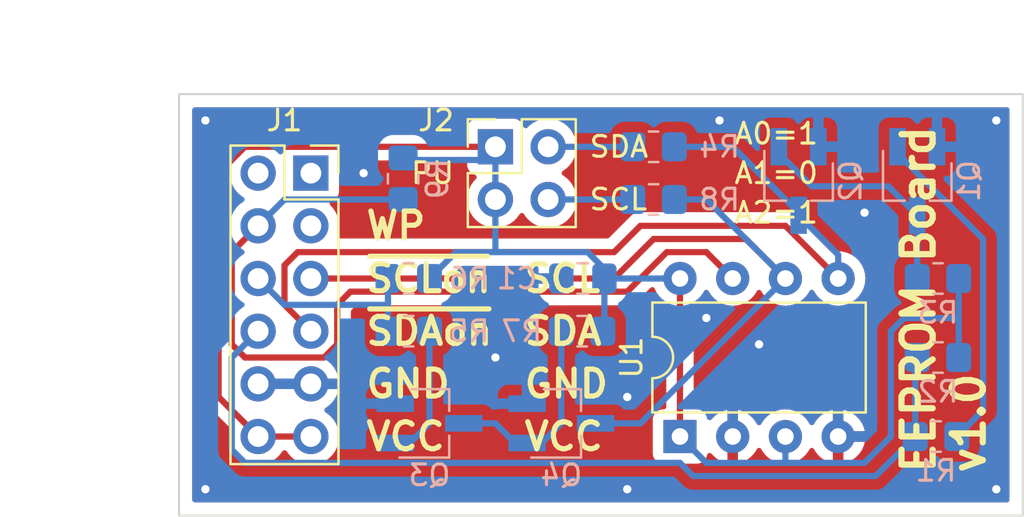
<source format=kicad_pcb>
(kicad_pcb (version 20211014) (generator pcbnew)
  (layers (0 "F.Cu" signal) (31 "B.Cu" signal) (34 "B.Paste" user) (35 "F.Paste" user) (36 "B.SilkS" user "B.Silkscreen") (37 "F.SilkS" user "F.Silkscreen") (38 "B.Mask" user) (39 "F.Mask" user) (44 "Edge.Cuts" user))
  (net 0 "")
  (net 1 "VCC")
  (net 2 "GND")
  (net 5 "/SCL")
  (net 6 "/SDA")
  (net 8 "/WP")
  (net 9 "/~{SCL_DRV}")
  (net 10 "/~{SDA_DRV}")
  (net 11 "/SDA_PU")
  (net 12 "/SCL_PU")
  (net 13 "Net-(R1-Pad2)")
  (net 14 "Net-(R3-Pad1)")
  (net 15 "Net-(R5-Pad2)")
  (net 16 "Net-(R7-Pad1)")
  (footprint "Connector_PinHeader_2.54mm:PinHeader_2x02_P2.54mm_Vertical" (layer "F.Cu") (at 100.33 69.85)
    (fp_text reference "J2" (at -1.905 -1.27) (layer "F.SilkS") (effects (justify right)))
    (fp_text value "Conn_02x02_Odd_Even")
    (fp_line (start -1.33 1.27) (end 1.27 1.27) (layer "F.SilkS") (width 0.12))
    (fp_line (start 3.87 -1.33) (end 3.87 3.87) (layer "F.SilkS") (width 0.12))
    (fp_line (start 1.27 1.27) (end 1.27 -1.33) (layer "F.SilkS") (width 0.12))
    (fp_line (start -1.33 0) (end -1.33 -1.33) (layer "F.SilkS") (width 0.12))
    (fp_line (start 1.27 -1.33) (end 3.87 -1.33) (layer "F.SilkS") (width 0.12))
    (fp_line (start -1.33 1.27) (end -1.33 3.87) (layer "F.SilkS") (width 0.12))
    (fp_line (start -1.33 -1.33) (end 0 -1.33) (layer "F.SilkS") (width 0.12))
    (fp_line (start -1.33 3.87) (end 3.87 3.87) (layer "F.SilkS") (width 0.12))
    (pad "1" thru_hole rect (at 0 0) (size 1.7 1.7) (drill 1) (layers *.Cu *.Mask) (net 1 "VCC"))
    (pad "2" thru_hole oval (at 2.54 0) (size 1.7 1.7) (drill 1) (layers *.Cu *.Mask) (net 11 "/SDA_PU"))
    (pad "3" thru_hole oval (at 0 2.54) (size 1.7 1.7) (drill 1) (layers *.Cu *.Mask) (net 1 "VCC"))
    (pad "4" thru_hole oval (at 2.54 2.54) (size 1.7 1.7) (drill 1) (layers *.Cu *.Mask) (net 12 "/SCL_PU"))
  )
  (footprint "Package_DIP:DIP-8_W7.62mm" (layer "F.Cu") (at 109.22 83.82 90)
    (fp_text reference "U1" (at 3.81 -2.33 90) (layer "F.SilkS"))
    (fp_text value "24FC512")
    (fp_line (start 2.81 -1.33) (end 1.16 -1.33) (layer "F.SilkS") (width 0.12))
    (fp_line (start 6.46 -1.33) (end 4.81 -1.33) (layer "F.SilkS") (width 0.12))
    (fp_line (start 1.16 8.95) (end 6.46 8.95) (layer "F.SilkS") (width 0.12))
    (fp_line (start 1.16 -1.33) (end 1.16 8.95) (layer "F.SilkS") (width 0.12))
    (fp_line (start 6.46 8.95) (end 6.46 -1.33) (layer "F.SilkS") (width 0.12))
    (fp_arc (start 4.81 -1.33) (mid 3.81 -0.33) (end 2.81 -1.33) (layer "F.SilkS") (width 0.12))
    (pad "1" thru_hole rect (at 0 0 90) (size 1.6 1.6) (drill 0.8) (layers *.Cu *.Mask) (net 1 "VCC"))
    (pad "2" thru_hole oval (at 0 2.54 90) (size 1.6 1.6) (drill 0.8) (layers *.Cu *.Mask) (net 2 "GND"))
    (pad "3" thru_hole oval (at 0 5.08 90) (size 1.6 1.6) (drill 0.8) (layers *.Cu *.Mask) (net 1 "VCC"))
    (pad "4" thru_hole oval (at 0 7.62 90) (size 1.6 1.6) (drill 0.8) (layers *.Cu *.Mask) (net 2 "GND"))
    (pad "5" thru_hole oval (at 7.62 7.62 90) (size 1.6 1.6) (drill 0.8) (layers *.Cu *.Mask) (net 6 "/SDA"))
    (pad "6" thru_hole oval (at 7.62 5.08 90) (size 1.6 1.6) (drill 0.8) (layers *.Cu *.Mask) (net 5 "/SCL"))
    (pad "7" thru_hole oval (at 7.62 2.54 90) (size 1.6 1.6) (drill 0.8) (layers *.Cu *.Mask) (net 8 "/WP"))
    (pad "8" thru_hole oval (at 7.62 0 90) (size 1.6 1.6) (drill 0.8) (layers *.Cu *.Mask) (net 1 "VCC"))
  )
  (footprint "ModifiedKiCadLibrary:PinSocket_2x06_P2.54mm_Vertical_Top_Bottom" (layer "F.Cu") (at 91.44 71.12)
    (fp_text reference "J1" (at -1.27 -2.54) (layer "F.SilkS"))
    (fp_text value "Conn_02x06_Top_Bottom")
    (fp_line (start -3.87 -1.33) (end -3.87 14.03) (layer "F.SilkS") (width 0.12))
    (fp_line (start -1.27 -1.33) (end -1.27 1.27) (layer "F.SilkS") (width 0.12))
    (fp_line (start 1.33 1.27) (end 1.33 14.03) (layer "F.SilkS") (width 0.12))
    (fp_line (start -3.87 14.03) (end 1.33 14.03) (layer "F.SilkS") (width 0.12))
    (fp_line (start 0 -1.33) (end 1.33 -1.33) (layer "F.SilkS") (width 0.12))
    (fp_line (start -3.87 -1.33) (end -1.27 -1.33) (layer "F.SilkS") (width 0.12))
    (fp_line (start -1.27 1.27) (end 1.33 1.27) (layer "F.SilkS") (width 0.12))
    (fp_line (start 1.33 -1.33) (end 1.33 0) (layer "F.SilkS") (width 0.12))
    (pad "1" thru_hole rect (at 0 0) (size 1.7 1.7) (drill 1) (layers *.Cu *.Mask))
    (pad "2" thru_hole oval (at 0 2.54) (size 1.7 1.7) (drill 1) (layers *.Cu *.Mask))
    (pad "3" thru_hole oval (at 0 5.08) (size 1.7 1.7) (drill 1) (layers *.Cu *.Mask) (net 5 "/SCL"))
    (pad "4" thru_hole oval (at 0 7.62) (size 1.7 1.7) (drill 1) (layers *.Cu *.Mask) (net 6 "/SDA"))
    (pad "5" thru_hole oval (at 0 10.16) (size 1.7 1.7) (drill 1) (layers *.Cu *.Mask) (net 2 "GND"))
    (pad "6" thru_hole oval (at 0 12.7) (size 1.7 1.7) (drill 1) (layers *.Cu *.Mask) (net 1 "VCC"))
    (pad "7" thru_hole oval (at -2.54 0) (size 1.7 1.7) (drill 1) (layers *.Cu *.Mask))
    (pad "8" thru_hole oval (at -2.54 2.54) (size 1.7 1.7) (drill 1) (layers *.Cu *.Mask) (net 8 "/WP"))
    (pad "9" thru_hole oval (at -2.54 5.08) (size 1.7 1.7) (drill 1) (layers *.Cu *.Mask) (net 9 "/~{SCL_DRV}"))
    (pad "10" thru_hole oval (at -2.54 7.62) (size 1.7 1.7) (drill 1) (layers *.Cu *.Mask) (net 10 "/~{SDA_DRV}"))
    (pad "11" thru_hole oval (at -2.54 10.16) (size 1.7 1.7) (drill 1) (layers *.Cu *.Mask) (net 2 "GND"))
    (pad "12" thru_hole oval (at -2.54 12.7) (size 1.7 1.7) (drill 1) (layers *.Cu *.Mask) (net 1 "VCC"))
  )
  (footprint "Resistor_SMD:R_0805_2012Metric_Pad1.20x1.40mm_HandSolder" (layer "B.Cu") (at 96.155 78.74)
    (fp_text reference "R5" (at 2.905 0) (layer "B.SilkS") (effects (justify mirror)))
    (fp_text value "10k")
    (fp_line (start -0.227064 0.735) (end 0.227064 0.735) (layer "B.SilkS") (width 0.12))
    (fp_line (start -0.227064 -0.735) (end 0.227064 -0.735) (layer "B.SilkS") (width 0.12))
    (pad "1" smd roundrect (at -1 0) (size 1.2 1.4) (layers "B.Cu" "B.Paste" "B.Mask") (roundrect_rratio 0.208333) (net 9 "/~{SCL_DRV}"))
    (pad "2" smd roundrect (at 1 0) (size 1.2 1.4) (layers "B.Cu" "B.Paste" "B.Mask") (roundrect_rratio 0.208333) (net 15 "Net-(R5-Pad2)"))
  )
  (footprint "Package_TO_SOT_SMD:SC-59_Handsoldering" (layer "B.Cu") (at 97.155 83.185)
    (fp_text reference "Q3" (at 0 2.5) (layer "B.SilkS") (effects (justify mirror)))
    (fp_text value "2SC3325")
    (fp_line (start 0.95 1.65) (end 0.95 0.6) (layer "B.SilkS") (width 0.12))
    (fp_line (start -0.85 -1.65) (end 0.95 -1.65) (layer "B.SilkS") (width 0.12))
    (fp_line (start 0.95 -1.65) (end 0.95 -0.6) (layer "B.SilkS") (width 0.12))
    (fp_line (start -1.45 1.65) (end 0.95 1.65) (layer "B.SilkS") (width 0.12))
    (pad "1" smd rect (at -1.65 0.95) (size 1.8 0.8) (layers "B.Cu" "B.Paste" "B.Mask") (net 15 "Net-(R5-Pad2)"))
    (pad "2" smd rect (at -1.65 -0.95) (size 1.8 0.8) (layers "B.Cu" "B.Paste" "B.Mask") (net 2 "GND"))
    (pad "3" smd rect (at 1.65 0) (size 1.8 0.8) (layers "B.Cu" "B.Paste" "B.Mask") (net 16 "Net-(R7-Pad1)"))
  )
  (footprint "Resistor_SMD:R_0805_2012Metric_Pad1.20x1.40mm_HandSolder" (layer "B.Cu") (at 95.885 71.39 90)
    (fp_text reference "R9" (at 0 1.65 90) (layer "B.SilkS") (effects (justify mirror)))
    (fp_text value "10k")
    (fp_line (start -0.227064 -0.735) (end 0.227064 -0.735) (layer "B.SilkS") (width 0.12))
    (fp_line (start -0.227064 0.735) (end 0.227064 0.735) (layer "B.SilkS") (width 0.12))
    (pad "1" smd roundrect (at -1 0 90) (size 1.2 1.4) (layers "B.Cu" "B.Paste" "B.Mask") (roundrect_rratio 0.208333) (net 8 "/WP"))
    (pad "2" smd roundrect (at 1 0 90) (size 1.2 1.4) (layers "B.Cu" "B.Paste" "B.Mask") (roundrect_rratio 0.208333) (net 1 "VCC"))
  )
  (footprint "Resistor_SMD:R_0805_2012Metric_Pad1.20x1.40mm_HandSolder" (layer "B.Cu") (at 121.65 76.2)
    (fp_text reference "R3" (at 0 1.65) (layer "B.SilkS") (effects (justify mirror)))
    (fp_text value "10k")
    (fp_line (start -0.227064 0.735) (end 0.227064 0.735) (layer "B.SilkS") (width 0.12))
    (fp_line (start -0.227064 -0.735) (end 0.227064 -0.735) (layer "B.SilkS") (width 0.12))
    (pad "1" smd roundrect (at -1 0) (size 1.2 1.4) (layers "B.Cu" "B.Paste" "B.Mask") (roundrect_rratio 0.208333) (net 14 "Net-(R3-Pad1)"))
    (pad "2" smd roundrect (at 1 0) (size 1.2 1.4) (layers "B.Cu" "B.Paste" "B.Mask") (roundrect_rratio 0.208333) (net 1 "VCC"))
  )
  (footprint "Resistor_SMD:R_0805_2012Metric_Pad1.20x1.40mm_HandSolder" (layer "B.Cu") (at 121.555 83.82)
    (fp_text reference "R1" (at 0 1.65) (layer "B.SilkS") (effects (justify mirror)))
    (fp_text value "10k")
    (fp_line (start -0.227064 0.735) (end 0.227064 0.735) (layer "B.SilkS") (width 0.12))
    (fp_line (start -0.227064 -0.735) (end 0.227064 -0.735) (layer "B.SilkS") (width 0.12))
    (pad "1" smd roundrect (at -1 0) (size 1.2 1.4) (layers "B.Cu" "B.Paste" "B.Mask") (roundrect_rratio 0.208333) (net 10 "/~{SDA_DRV}"))
    (pad "2" smd roundrect (at 1 0) (size 1.2 1.4) (layers "B.Cu" "B.Paste" "B.Mask") (roundrect_rratio 0.208333) (net 13 "Net-(R1-Pad2)"))
  )
  (footprint "Package_TO_SOT_SMD:SC-59_Handsoldering" (layer "B.Cu") (at 120.65 71.5 -90)
    (fp_text reference "Q1" (at 0 -2.5 90) (layer "B.SilkS") (effects (justify mirror)))
    (fp_text value "2SC3325")
    (fp_line (start -0.85 -1.65) (end 0.95 -1.65) (layer "B.SilkS") (width 0.12))
    (fp_line (start 0.95 1.65) (end 0.95 0.6) (layer "B.SilkS") (width 0.12))
    (fp_line (start 0.95 -1.65) (end 0.95 -0.6) (layer "B.SilkS") (width 0.12))
    (fp_line (start -1.45 1.65) (end 0.95 1.65) (layer "B.SilkS") (width 0.12))
    (pad "1" smd rect (at -1.65 0.95 270) (size 1.8 0.8) (layers "B.Cu" "B.Paste" "B.Mask") (net 13 "Net-(R1-Pad2)"))
    (pad "2" smd rect (at -1.65 -0.95 270) (size 1.8 0.8) (layers "B.Cu" "B.Paste" "B.Mask") (net 2 "GND"))
    (pad "3" smd rect (at 1.65 0 270) (size 1.8 0.8) (layers "B.Cu" "B.Paste" "B.Mask") (net 14 "Net-(R3-Pad1)"))
  )
  (footprint "Resistor_SMD:R_0805_2012Metric_Pad1.20x1.40mm_HandSolder" (layer "B.Cu") (at 96.155 76.2)
    (fp_text reference "R6" (at 2.905 0) (layer "B.SilkS") (effects (justify mirror)))
    (fp_text value "10k")
    (fp_line (start -0.227064 0.735) (end 0.227064 0.735) (layer "B.SilkS") (width 0.12))
    (fp_line (start -0.227064 -0.735) (end 0.227064 -0.735) (layer "B.SilkS") (width 0.12))
    (pad "1" smd roundrect (at -1 0) (size 1.2 1.4) (layers "B.Cu" "B.Paste" "B.Mask") (roundrect_rratio 0.208333) (net 9 "/~{SCL_DRV}"))
    (pad "2" smd roundrect (at 1 0) (size 1.2 1.4) (layers "B.Cu" "B.Paste" "B.Mask") (roundrect_rratio 0.208333) (net 1 "VCC"))
  )
  (footprint "Resistor_SMD:R_0805_2012Metric_Pad1.20x1.40mm_HandSolder" (layer "B.Cu") (at 107.95 69.85 180)
    (fp_text reference "R4" (at -3.175 0) (layer "B.SilkS") (effects (justify mirror)))
    (fp_text value "10k")
    (fp_line (start -0.227064 -0.735) (end 0.227064 -0.735) (layer "B.SilkS") (width 0.12))
    (fp_line (start -0.227064 0.735) (end 0.227064 0.735) (layer "B.SilkS") (width 0.12))
    (pad "1" smd roundrect (at -1 0 180) (size 1.2 1.4) (layers "B.Cu" "B.Paste" "B.Mask") (roundrect_rratio 0.208333) (net 6 "/SDA"))
    (pad "2" smd roundrect (at 1 0 180) (size 1.2 1.4) (layers "B.Cu" "B.Paste" "B.Mask") (roundrect_rratio 0.208333) (net 11 "/SDA_PU"))
  )
  (footprint "Package_TO_SOT_SMD:SC-59_Handsoldering" (layer "B.Cu") (at 103.505 83.185)
    (fp_text reference "Q4" (at 0 2.5) (layer "B.SilkS") (effects (justify mirror)))
    (fp_text value "2SC3325")
    (fp_line (start -0.85 -1.65) (end 0.95 -1.65) (layer "B.SilkS") (width 0.12))
    (fp_line (start -1.45 1.65) (end 0.95 1.65) (layer "B.SilkS") (width 0.12))
    (fp_line (start 0.95 1.65) (end 0.95 0.6) (layer "B.SilkS") (width 0.12))
    (fp_line (start 0.95 -1.65) (end 0.95 -0.6) (layer "B.SilkS") (width 0.12))
    (pad "1" smd rect (at -1.65 0.95) (size 1.8 0.8) (layers "B.Cu" "B.Paste" "B.Mask") (net 16 "Net-(R7-Pad1)"))
    (pad "2" smd rect (at -1.65 -0.95) (size 1.8 0.8) (layers "B.Cu" "B.Paste" "B.Mask") (net 2 "GND"))
    (pad "3" smd rect (at 1.65 0) (size 1.8 0.8) (layers "B.Cu" "B.Paste" "B.Mask") (net 5 "/SCL"))
  )
  (footprint "Resistor_SMD:R_0805_2012Metric_Pad1.20x1.40mm_HandSolder" (layer "B.Cu") (at 121.65 80.01)
    (fp_text reference "R2" (at 0 1.65) (layer "B.SilkS") (effects (justify mirror)))
    (fp_text value "10k")
    (fp_line (start -0.227064 -0.735) (end 0.227064 -0.735) (layer "B.SilkS") (width 0.12))
    (fp_line (start -0.227064 0.735) (end 0.227064 0.735) (layer "B.SilkS") (width 0.12))
    (pad "1" smd roundrect (at -1 0) (size 1.2 1.4) (layers "B.Cu" "B.Paste" "B.Mask") (roundrect_rratio 0.208333) (net 10 "/~{SDA_DRV}"))
    (pad "2" smd roundrect (at 1 0) (size 1.2 1.4) (layers "B.Cu" "B.Paste" "B.Mask") (roundrect_rratio 0.208333) (net 1 "VCC"))
  )
  (footprint "Package_TO_SOT_SMD:SC-59_Handsoldering" (layer "B.Cu") (at 114.935 71.5 -90)
    (fp_text reference "Q2" (at 0 -2.5 90) (layer "B.SilkS") (effects (justify mirror)))
    (fp_text value "2SC3325")
    (fp_line (start -0.85 -1.65) (end 0.95 -1.65) (layer "B.SilkS") (width 0.12))
    (fp_line (start 0.95 1.65) (end 0.95 0.6) (layer "B.SilkS") (width 0.12))
    (fp_line (start 0.95 -1.65) (end 0.95 -0.6) (layer "B.SilkS") (width 0.12))
    (fp_line (start -1.45 1.65) (end 0.95 1.65) (layer "B.SilkS") (width 0.12))
    (pad "1" smd rect (at -1.65 0.95 270) (size 1.8 0.8) (layers "B.Cu" "B.Paste" "B.Mask") (net 14 "Net-(R3-Pad1)"))
    (pad "2" smd rect (at -1.65 -0.95 270) (size 1.8 0.8) (layers "B.Cu" "B.Paste" "B.Mask") (net 2 "GND"))
    (pad "3" smd rect (at 1.65 0 270) (size 1.8 0.8) (layers "B.Cu" "B.Paste" "B.Mask") (net 6 "/SDA"))
  )
  (footprint "Capacitor_SMD:C_0805_2012Metric_Pad1.18x1.45mm_HandSolder" (layer "B.Cu") (at 104.5425 76.2 180)
    (fp_text reference "C1" (at 3.175 0) (layer "B.SilkS") (effects (justify mirror)))
    (fp_text value "0.1u")
    (fp_line (start -0.261252 0.735) (end 0.261252 0.735) (layer "B.SilkS") (width 0.12))
    (fp_line (start -0.261252 -0.735) (end 0.261252 -0.735) (layer "B.SilkS") (width 0.12))
    (pad "1" smd roundrect (at -1.0375 0 180) (size 1.175 1.45) (layers "B.Cu" "B.Paste" "B.Mask") (roundrect_rratio 0.212766) (net 1 "VCC"))
    (pad "2" smd roundrect (at 1.0375 0 180) (size 1.175 1.45) (layers "B.Cu" "B.Paste" "B.Mask") (roundrect_rratio 0.212766) (net 2 "GND"))
  )
  (footprint "Resistor_SMD:R_0805_2012Metric_Pad1.20x1.40mm_HandSolder" (layer "B.Cu") (at 104.505 78.74)
    (fp_text reference "R7" (at -2.905 0) (layer "B.SilkS") (effects (justify mirror)))
    (fp_text value "10k")
    (fp_line (start -0.227064 -0.735) (end 0.227064 -0.735) (layer "B.SilkS") (width 0.12))
    (fp_line (start -0.227064 0.735) (end 0.227064 0.735) (layer "B.SilkS") (width 0.12))
    (pad "1" smd roundrect (at -1 0) (size 1.2 1.4) (layers "B.Cu" "B.Paste" "B.Mask") (roundrect_rratio 0.208333) (net 16 "Net-(R7-Pad1)"))
    (pad "2" smd roundrect (at 1 0) (size 1.2 1.4) (layers "B.Cu" "B.Paste" "B.Mask") (roundrect_rratio 0.208333) (net 1 "VCC"))
  )
  (footprint "Resistor_SMD:R_0805_2012Metric_Pad1.20x1.40mm_HandSolder" (layer "B.Cu") (at 107.95 72.39 180)
    (fp_text reference "R8" (at -3.175 0) (layer "B.SilkS") (effects (justify mirror)))
    (fp_text value "10k")
    (fp_line (start -0.227064 -0.735) (end 0.227064 -0.735) (layer "B.SilkS") (width 0.12))
    (fp_line (start -0.227064 0.735) (end 0.227064 0.735) (layer "B.SilkS") (width 0.12))
    (pad "1" smd roundrect (at -1 0 180) (size 1.2 1.4) (layers "B.Cu" "B.Paste" "B.Mask") (roundrect_rratio 0.208333) (net 5 "/SCL"))
    (pad "2" smd roundrect (at 1 0 180) (size 1.2 1.4) (layers "B.Cu" "B.Paste" "B.Mask") (roundrect_rratio 0.208333) (net 12 "/SCL_PU"))
  )
  (gr_rect (start 85.09 67.31) (end 125.73 87.63) (layer "Edge.Cuts") (width 0.1) (fill none))
  (gr_text "A1=0" (at 111.76 71.12) (layer "F.SilkS") (effects (font (size 1 1)) (justify left)))
  (gr_text "~{SDAon}" (at 93.98 78.74) (layer "F.SilkS") (effects (font (size 1.3 1.3) (thickness 0.25)) (justify left)))
  (gr_text "SDA" (at 101.6 78.74) (layer "F.SilkS") (effects (font (size 1.3 1.3) (thickness 0.25)) (justify left)))
  (gr_text "SCL" (at 104.775 72.39) (layer "F.SilkS") (effects (font (size 1 1)) (justify left)))
  (gr_text "VCC" (at 101.6 83.82) (layer "F.SilkS") (effects (font (size 1.3 1.3) (thickness 0.25)) (justify left)))
  (gr_text "A2=1" (at 111.76 73.025) (layer "F.SilkS") (effects (font (size 1 1)) (justify left)))
  (gr_text "EEPROM Board\nv1.0" (at 121.92 85.725 90) (layer "F.SilkS") (effects (font (size 1.5 1.5) (thickness 0.3)) (justify left)))
  (gr_text "WP" (at 93.98 73.66) (layer "F.SilkS") (effects (font (size 1.3 1.3) (thickness 0.25)) (justify left)))
  (gr_text "PU" (at 98.425 71.12) (layer "F.SilkS") (effects (font (size 1 1)) (justify right)))
  (gr_text "~{SCLon}" (at 93.98 76.2) (layer "F.SilkS") (effects (font (size 1.3 1.3) (thickness 0.25)) (justify left)))
  (gr_text "SDA" (at 104.775 69.85) (layer "F.SilkS") (effects (font (size 1 1)) (justify left)))
  (gr_text "SCL" (at 101.6 76.2) (layer "F.SilkS") (effects (font (size 1.3 1.3) (thickness 0.25)) (justify left)))
  (gr_text "GND" (at 93.98 81.28) (layer "F.SilkS") (effects (font (size 1.3 1.3) (thickness 0.25)) (justify left)))
  (gr_text "GND" (at 101.6 81.28) (layer "F.SilkS") (effects (font (size 1.3 1.3) (thickness 0.25)) (justify left)))
  (gr_text "VCC" (at 93.98 83.82) (layer "F.SilkS") (effects (font (size 1.3 1.3) (thickness 0.25)) (justify left)))
  (gr_text "A0=1" (at 111.76 69.215) (layer "F.SilkS") (effects (font (size 1 1)) (justify left)))
  (segment (start 109.22 76.2) (end 109.22 83.82) (width 0.3) (layer "F.Cu") (net 1))
  (segment (start 88.265 69.85) (end 100.33 69.85) (width 0.3) (layer "F.Cu") (net 1))
  (segment (start 88.9 83.82) (end 86.995 81.915) (width 0.3) (layer "F.Cu") (net 1))
  (segment (start 88.9 83.82) (end 91.44 83.82) (width 0.3) (layer "F.Cu") (net 1))
  (segment (start 86.995 81.915) (end 86.995 71.12) (width 0.3) (layer "F.Cu") (net 1))
  (segment (start 86.995 71.12) (end 88.265 69.85) (width 0.3) (layer "F.Cu") (net 1))
  (segment (start 100.33 72.39) (end 100.33 74.93) (width 0.3) (layer "B.Cu") (net 1))
  (segment (start 109.22 76.2) (end 105.58 76.2) (width 0.3) (layer "B.Cu") (net 1))
  (segment (start 105.58 76.2) (end 105.58 75.735) (width 0.3) (layer "B.Cu") (net 1))
  (segment (start 110.49 85.09) (end 109.22 83.82) (width 0.3) (layer "B.Cu") (net 1))
  (segment (start 119.38 78.74) (end 119.38 83.82) (width 0.3) (layer "B.Cu") (net 1))
  (segment (start 122.65 78.2) (end 122.65 80.01) (width 0.3) (layer "B.Cu") (net 1))
  (segment (start 99.695 70.485) (end 95.98 70.485) (width 0.3) (layer "B.Cu") (net 1))
  (segment (start 114.3 85.09) (end 114.3 83.82) (width 0.3) (layer "B.Cu") (net 1))
  (segment (start 122.65 76.2) (end 122.65 78.2) (width 0.3) (layer "B.Cu") (net 1))
  (segment (start 122.65 78.2) (end 122.555 78.105) (width 0.3) (layer "B.Cu") (net 1))
  (segment (start 100.33 74.93) (end 98.425 74.93) (width 0.3) (layer "B.Cu") (net 1))
  (segment (start 100.33 69.85) (end 100.33 72.39) (width 0.3) (layer "B.Cu") (net 1))
  (segment (start 100.33 69.85) (end 99.695 70.485) (width 0.3) (layer "B.Cu") (net 1))
  (segment (start 118.11 85.09) (end 114.3 85.09) (width 0.3) (layer "B.Cu") (net 1))
  (segment (start 104.775 74.93) (end 100.33 74.93) (width 0.3) (layer "B.Cu") (net 1))
  (segment (start 105.58 76.2) (end 105.58 78.665) (width 0.3) (layer "B.Cu") (net 1))
  (segment (start 120.015 78.105) (end 119.38 78.74) (width 0.3) (layer "B.Cu") (net 1))
  (segment (start 95.98 70.485) (end 95.885 70.39) (width 0.3) (layer "B.Cu") (net 1))
  (segment (start 98.425 74.93) (end 97.155 76.2) (width 0.3) (layer "B.Cu") (net 1))
  (segment (start 105.58 75.735) (end 104.775 74.93) (width 0.3) (layer "B.Cu") (net 1))
  (segment (start 119.38 83.82) (end 118.11 85.09) (width 0.3) (layer "B.Cu") (net 1))
  (segment (start 105.58 78.665) (end 105.505 78.74) (width 0.3) (layer "B.Cu") (net 1))
  (segment (start 122.555 78.105) (end 120.015 78.105) (width 0.3) (layer "B.Cu") (net 1))
  (segment (start 114.3 85.09) (end 110.49 85.09) (width 0.3) (layer "B.Cu") (net 1))
  (via (at 124.46 68.58) (size 0.8) (drill 0.4) (layers "F.Cu" "B.Cu") (net 2))
  (via (at 106.68 86.36) (size 0.8) (drill 0.4) (layers "F.Cu" "B.Cu") (net 2))
  (via (at 118.11 73.025) (size 0.8) (drill 0.4) (layers "F.Cu" "B.Cu") (net 2))
  (via (at 86.36 86.36) (size 0.8) (drill 0.4) (layers "F.Cu" "B.Cu") (net 2))
  (via (at 106.68 81.915) (size 0.8) (drill 0.4) (layers "F.Cu" "B.Cu") (net 2))
  (via (at 100.33 80.01) (size 0.8) (drill 0.4) (layers "F.Cu" "B.Cu") (net 2))
  (via (at 124.46 86.36) (size 0.8) (drill 0.4) (layers "F.Cu" "B.Cu") (net 2))
  (via (at 111.125 68.58) (size 0.8) (drill 0.4) (layers "F.Cu" "B.Cu") (net 2))
  (via (at 86.36 68.58) (size 0.8) (drill 0.4) (layers "F.Cu" "B.Cu") (net 2))
  (via (at 93.98 71.12) (size 0.8) (drill 0.4) (layers "F.Cu" "B.Cu") (net 2))
  (via (at 110.49 78.105) (size 0.8) (drill 0.4) (layers "F.Cu" "B.Cu") (net 2))
  (via (at 113.03 79.375) (size 0.8) (drill 0.4) (layers "F.Cu" "B.Cu") (net 2))
  (segment (start 112.395 74.295) (end 107.95 74.295) (width 0.3) (layer "F.Cu") (net 5))
  (segment (start 114.3 76.2) (end 112.395 74.295) (width 0.3) (layer "F.Cu") (net 5))
  (segment (start 107.95 74.295) (end 106.045 76.2) (width 0.3) (layer "F.Cu") (net 5))
  (segment (start 106.045 76.2) (end 91.44 76.2) (width 0.3) (layer "F.Cu") (net 5))
  (segment (start 110.49 72.39) (end 114.3 76.2) (width 0.3) (layer "B.Cu") (net 5))
  (segment (start 108.95 72.39) (end 110.49 72.39) (width 0.3) (layer "B.Cu") (net 5))
  (segment (start 105.155 83.185) (end 107.315 83.185) (width 0.3) (layer "B.Cu") (net 5))
  (segment (start 107.315 83.185) (end 114.3 76.2) (width 0.3) (layer "B.Cu") (net 5))
  (segment (start 107.315 73.66) (end 114.3 73.66) (width 0.3) (layer "F.Cu") (net 6))
  (segment (start 90.17 77.47) (end 90.17 75.565) (width 0.3) (layer "F.Cu") (net 6))
  (segment (start 91.44 78.74) (end 90.17 77.47) (width 0.3) (layer "F.Cu") (net 6))
  (segment (start 106.045 74.93) (end 107.315 73.66) (width 0.3) (layer "F.Cu") (net 6))
  (segment (start 90.805 74.93) (end 106.045 74.93) (width 0.3) (layer "F.Cu") (net 6))
  (segment (start 114.3 73.66) (end 116.84 76.2) (width 0.3) (layer "F.Cu") (net 6))
  (segment (start 90.17 75.565) (end 90.805 74.93) (width 0.3) (layer "F.Cu") (net 6))
  (segment (start 111.76 69.85) (end 114.935 73.025) (width 0.3) (layer "B.Cu") (net 6))
  (segment (start 116.84 75.055) (end 114.935 73.15) (width 0.3) (layer "B.Cu") (net 6))
  (segment (start 114.935 73.025) (end 114.935 73.15) (width 0.3) (layer "B.Cu") (net 6))
  (segment (start 116.84 76.2) (end 116.84 75.055) (width 0.3) (layer "B.Cu") (net 6))
  (segment (start 108.95 69.85) (end 111.76 69.85) (width 0.3) (layer "B.Cu") (net 6))
  (segment (start 108.585 74.93) (end 110.49 74.93) (width 0.3) (layer "F.Cu") (net 8))
  (segment (start 106.68 76.835) (end 108.585 74.93) (width 0.3) (layer "F.Cu") (net 8))
  (segment (start 93.345 76.835) (end 92.71 77.47) (width 0.3) (layer "F.Cu") (net 8))
  (segment (start 88.265 80.01) (end 92.075 80.01) (width 0.3) (layer "F.Cu") (net 8))
  (segment (start 87.63 79.375) (end 88.265 80.01) (width 0.3) (layer "F.Cu") (net 8))
  (segment (start 92.71 79.375) (end 92.075 80.01) (width 0.3) (layer "F.Cu") (net 8))
  (segment (start 92.71 77.47) (end 92.71 79.375) (width 0.3) (layer "F.Cu") (net 8))
  (segment (start 87.63 74.93) (end 87.63 79.375) (width 0.3) (layer "F.Cu") (net 8))
  (segment (start 106.68 76.835) (end 93.345 76.835) (width 0.3) (layer "F.Cu") (net 8))
  (segment (start 88.9 73.66) (end 87.63 74.93) (width 0.3) (layer "F.Cu") (net 8))
  (segment (start 110.49 74.93) (end 111.76 76.2) (width 0.3) (layer "F.Cu") (net 8))
  (segment (start 90.17 72.39) (end 88.9 73.66) (width 0.3) (layer "B.Cu") (net 8))
  (segment (start 95.885 72.39) (end 90.17 72.39) (width 0.3) (layer "B.Cu") (net 8))
  (segment (start 95.06 77.47) (end 95.155 77.375) (width 0.3) (layer "B.Cu") (net 9))
  (segment (start 95.155 76.2) (end 95.155 77.375) (width 0.3) (layer "B.Cu") (net 9))
  (segment (start 90.17 77.47) (end 95.06 77.47) (width 0.3) (layer "B.Cu") (net 9))
  (segment (start 95.155 77.375) (end 95.155 78.74) (width 0.3) (layer "B.Cu") (net 9))
  (segment (start 88.9 76.2) (end 90.17 77.47) (width 0.3) (layer "B.Cu") (net 9))
  (segment (start 109.22 85.09) (end 109.855 85.725) (width 0.3) (layer "B.Cu") (net 10))
  (segment (start 120.555 83.82) (end 120.555 80.105) (width 0.3) (layer "B.Cu") (net 10))
  (segment (start 109.855 85.725) (end 118.65 85.725) (width 0.3) (layer "B.Cu") (net 10))
  (segment (start 118.65 85.725) (end 120.555 83.82) (width 0.3) (layer "B.Cu") (net 10))
  (segment (start 88.9 78.74) (end 87.63 80.01) (width 0.3) (layer "B.Cu") (net 10))
  (segment (start 87.63 84.455) (end 88.265 85.09) (width 0.3) (layer "B.Cu") (net 10))
  (segment (start 120.555 80.105) (end 120.65 80.01) (width 0.3) (layer "B.Cu") (net 10))
  (segment (start 88.265 85.09) (end 109.22 85.09) (width 0.3) (layer "B.Cu") (net 10))
  (segment (start 87.63 80.01) (end 87.63 84.455) (width 0.3) (layer "B.Cu") (net 10))
  (segment (start 102.87 69.85) (end 106.95 69.85) (width 0.3) (layer "B.Cu") (net 11))
  (segment (start 102.87 72.39) (end 106.95 72.39) (width 0.3) (layer "B.Cu") (net 12))
  (segment (start 123.825 74.295) (end 119.7 70.17) (width 0.3) (layer "B.Cu") (net 13))
  (segment (start 119.7 70.17) (end 119.7 69.85) (width 0.3) (layer "B.Cu") (net 13))
  (segment (start 123.825 82.55) (end 123.825 74.295) (width 0.3) (layer "B.Cu") (net 13))
  (segment (start 122.555 83.82) (end 123.825 82.55) (width 0.3) (layer "B.Cu") (net 13))
  (segment (start 119.255 71.755) (end 120.65 73.15) (width 0.3) (layer "B.Cu") (net 14))
  (segment (start 113.985 70.17) (end 115.57 71.755) (width 0.3) (layer "B.Cu") (net 14))
  (segment (start 120.65 76.2) (end 120.65 73.15) (width 0.3) (layer "B.Cu") (net 14))
  (segment (start 113.985 69.85) (end 113.985 70.17) (width 0.3) (layer "B.Cu") (net 14))
  (segment (start 115.57 71.755) (end 119.255 71.755) (width 0.3) (layer "B.Cu") (net 14))
  (segment (start 95.505 84.135) (end 96.205 84.135) (width 0.3) (layer "B.Cu") (net 15))
  (segment (start 97.155 83.185) (end 97.155 78.74) (width 0.3) (layer "B.Cu") (net 15))
  (segment (start 96.205 84.135) (end 97.155 83.185) (width 0.3) (layer "B.Cu") (net 15))
  (segment (start 100.33 83.185) (end 101.28 84.135) (width 0.3) (layer "B.Cu") (net 16))
  (segment (start 101.28 84.135) (end 101.855 84.135) (width 0.3) (layer "B.Cu") (net 16))
  (segment (start 103.505 83.185) (end 102.555 84.135) (width 0.3) (layer "B.Cu") (net 16))
  (segment (start 98.805 83.185) (end 100.33 83.185) (width 0.3) (layer "B.Cu") (net 16))
  (segment (start 102.555 84.135) (end 101.855 84.135) (width 0.3) (layer "B.Cu") (net 16))
  (segment (start 103.505 78.74) (end 103.505 83.185) (width 0.3) (layer "B.Cu") (net 16))
  (zone (net 2) (net_name "GND") (layers F&B.Cu) (connect_pads (clearance 0.508)) (min_thickness 0.254) (fill yes (thermal_gap 0.508) (thermal_bridge_width 0.508))
    (polygon (pts (xy 125.095 86.995) (xy 85.725 86.995) (xy 85.725 67.945) (xy 125.095 67.945)))
  )
)
</source>
